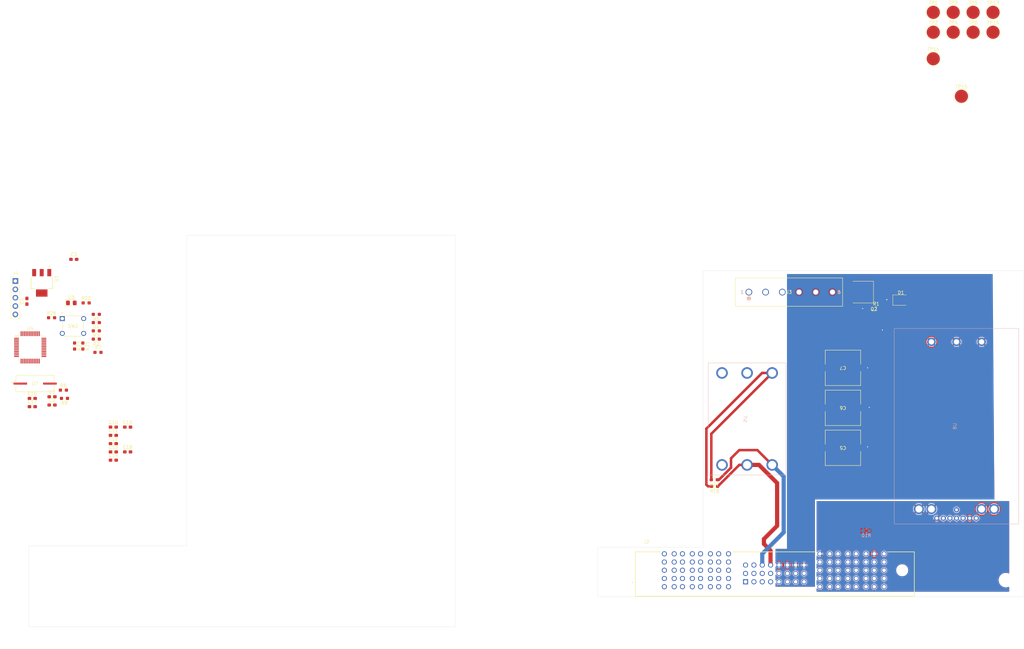
<source format=kicad_pcb>
(kicad_pcb (version 20240108) (generator "pcbnew") (generator_version "8.0")
  (layers (0 "F.Cu" signal) (31 "B.Cu" signal) (34 "B.Paste" user) (35 "F.Paste" user) (36 "B.SilkS" user "B.Silkscreen") (37 "F.SilkS" user "F.Silkscreen") (38 "B.Mask" user) (39 "F.Mask" user) (44 "Edge.Cuts" user))
  (net 0 "")
  (net 1 "NRST_PSB")
  (net 2 "Net-(C1-Pad1)")
  (net 3 "5V")
  (net 4 "3.3V")
  (net 5 "Net-(U4-PF0)")
  (net 6 "Net-(U4-PF1)")
  (net 7 "GND")
  (net 8 "48V_GND")
  (net 9 "Net-(D1-K)")
  (net 10 "Net-(D3-A)")
  (net 11 "SWCLK")
  (net 12 "SWDIO")
  (net 13 "3.3V_GND")
  (net 23 "A-")
  (net 26 "A+")
  (net 27 "48V")
  (net 30 "USART1_TX")
  (net 31 "USART1_DE")
  (net 32 "USART1_RX")
  (net 33 "Net-(U5-Trim)")
  (net 34 "Net-(U4-PA15)")
  (net 35 "Net-(U4-PB1)")
  (net 36 "C2_2")
  (net 37 "Net-(U4-PB0)")
  (net 38 "C2_1")
  (net 39 "ADC_IN0")
  (net 51 "CLK")
  (net 53 "ALERT1")
  (net 57 "ADC_IN1")
  (net 59 "ADC_IN2")
  (net 61 "DATA")
  (net 62 "CAN_TX")
  (net 67 "CAN_RX")
  (net 69 "12V_5V_GND")
  (net 70 "12V")
  (net 72 "Net-(U8-SA0{slash}SA1)")
  (net 74 "C2")
  (net 81 "RAW_48V_GND")
  (footprint "Resistor_SMD:R_0603_1608Metric_Pad0.98x0.95mm_HandSolder" (layer "F.Cu") (at -122.832499 79.7794)
    (property "Reference" "R6")
    (property "Value" "20000")
  )
  (footprint "AZ1117_4pin:SOT230P700X185-4N" (layer "F.Cu") (at -129.419999 47.1794 -90)
    (property "Reference" "U1")
    (property "Value" "AZ1117IH-3.3TRG1")
  )
  (footprint "Capacitor_SMD:C_0603_1608Metric_Pad1.08x0.95mm_HandSolder" (layer "F.Cu") (at -107.6575 101.05)
    (property "Reference" "C14")
    (property "Value" "4.7uF")
  )
  (footprint "Capacitor_SMD:C_0603_1608Metric_Pad1.08x0.95mm_HandSolder" (layer "F.Cu") (at -133.919999 52.7794 90)
    (property "Reference" "C4")
    (property "Value" "22uF")
  )
  (footprint "Capacitor_SMD:C_0603_1608Metric_Pad1.08x0.95mm_HandSolder" (layer "F.Cu") (at -107.6575 98.54)
    (property "Reference" "C13")
    (property "Value" "0.1uF")
  )
  (footprint "Capacitor_SMD:C_0603_1608Metric_Pad1.08x0.95mm_HandSolder" (layer "F.Cu") (at -119.67 40.04)
    (property "Reference" "C3")
    (property "Value" "10uF")
  )
  (footprint "TestPoint:TestPoint_Pad_D4.0mm" (layer "F.Cu") (at 153.55 -35)
    (property "Reference" "TP5")
    (property "Value" "TestPoint")
  )
  (footprint "ET60T-D04-3-08-D04-X-R1-S:SAMTEC_ET60T-D04-3-08-D04-X-R1-S" (layer "F.Cu") (at 93.12 134.5)
    (property "Reference" "J2")
    (property "Value" "ET60T-D04-3-08-D04-X-R1-S")
  )
  (footprint "Capacitor_SMD:C_0603_1608Metric_Pad1.08x0.95mm_HandSolder" (layer "F.Cu") (at -107.6575 91.01)
    (property "Reference" "C10")
    (property "Value" "0.1uF")
  )
  (footprint "TestPoint:TestPoint_Pad_D4.0mm" (layer "F.Cu") (at 153.55 -28.95)
    (property "Reference" "TP6")
    (property "Value" "TestPoint")
  )
  (footprint "TestPoint:TestPoint_Pad_D4.0mm" (layer "F.Cu") (at 150 -9.5)
    (property "Reference" "TP15")
    (property "Value" "TestPoint")
  )
  (footprint "Capacitor_SMD:C_0603_1608Metric_Pad1.08x0.95mm_HandSolder" (layer "F.Cu") (at -126.282499 84.2994)
    (property "Reference" "C2")
    (property "Value" ".1uF")
  )
  (footprint "Resistor_SMD:R_0603_1608Metric_Pad0.98x0.95mm_HandSolder" (layer "F.Cu") (at -126.419999 57.7794)
    (property "Reference" "R26")
    (property "Value" "10k")
  )
  (footprint "Resistor_SMD:R_0603_1608Metric_Pad0.98x0.95mm_HandSolder" (layer "F.Cu") (at 75 109 180)
    (property "Reference" "R18")
    (property "Value" "10k")
  )
  (footprint "Resistor_SMD:R_0603_1608Metric_Pad0.98x0.95mm_HandSolder" (layer "F.Cu") (at -122.507499 82.2794 180)
    (property "Reference" "R8")
    (property "Value" "120")
  )
  (footprint "Resistor_SMD:R_0603_1608Metric_Pad0.98x0.95mm_HandSolder" (layer "F.Cu") (at -112.832499 56.7494 180)
    (property "Reference" "R5")
    (property "Value" "10000")
  )
  (footprint "Resistor_SMD:R_0603_1608Metric_Pad0.98x0.95mm_HandSolder" (layer "F.Cu") (at -112.832499 64.2794 180)
    (property "Reference" "R2")
    (property "Value" "10000")
  )
  (footprint "Resistor_SMD:R_0603_1608Metric_Pad0.98x0.95mm_HandSolder" (layer "F.Cu") (at 74.9225 107 180)
    (property "Reference" "R27")
    (property "Value" "10k")
  )
  (footprint "Resistor_SMD:R_0603_1608Metric_Pad0.98x0.95mm_HandSolder" (layer "F.Cu") (at -116.919999 66.3769 -90)
    (property "Reference" "R21")
    (property "Value" "4.7k")
  )
  (footprint "TestPoint:TestPoint_Pad_D4.0mm" (layer "F.Cu") (at 159.6 -28.95)
    (property "Reference" "TP16")
    (property "Value" "TestPoint")
  )
  (footprint "Connector_PinHeader_2.54mm:PinHeader_1x05_P2.54mm_Vertical" (layer "F.Cu") (at -137.419999 46.6194)
    (property "Reference" "J4")
    (property "Value" "Conn_01x05")
  )
  (footprint "TestPoint:TestPoint_Pad_D4.0mm" (layer "F.Cu") (at 141.45 -35)
    (property "Reference" "TP1")
    (property "Value" "TestPoint")
  )
  (footprint "Resistor_SMD:R_0603_1608Metric_Pad0.98x0.95mm_HandSolder" (layer "F.Cu") (at 124.0875 55)
    (property "Reference" "R1")
    (property "Value" "100k")
  )
  (footprint "TestPoint:TestPoint_Pad_D4.0mm" (layer "F.Cu") (at 141.45 -28.95)
    (property "Reference" "TP2")
    (property "Value" "TestPoint")
  )
  (footprint "Brick Decoupling Capacitors:CAP_50TPV_10x10.5_RBY" (layer "F.Cu") (at 114 97.3012 180)
    (property "Reference" "C5")
    (property "Value" "C")
  )
  (footprint "Capacitor_SMD:C_0603_1608Metric_Pad1.08x0.95mm_HandSolder" (layer "F.Cu") (at -126.282499 81.7894)
    (property "Reference" "C1")
    (property "Value" "10uF")
  )
  (footprint "TestPoint:TestPoint_Pad_D4.0mm" (layer "F.Cu") (at 159.6 -35)
    (property "Reference" "TP13")
    (property "Value" "TestPoint")
  )
  (footprint "Capacitor_SMD:C_0603_1608Metric_Pad1.08x0.95mm_HandSolder" (layer "F.Cu") (at -107.6575 96.03)
    (property "Reference" "C12")
    (property "Value" "0.1uF")
  )
  (footprint "Capacitor_SMD:C_0603_1608Metric_Pad1.08x0.95mm_HandSolder" (layer "F.Cu") (at -132.282499 84.7994)
    (property "Reference" "C17")
    (property "Value" "18pF")
  )
  (footprint "Brick Decoupling Capacitors:CAP_50TPV_10x10.5_RBY" (layer "F.Cu") (at 114 85.1506 180)
    (property "Reference" "C6")
    (property "Value" "C")
  )
  (footprint "Resistor_SMD:R_0603_1608Metric_Pad0.98x0.95mm_HandSolder" (layer "F.Cu") (at -112.332499 68.2994)
    (property "Reference" "R7")
    (property "Value" "20000")
  )
  (footprint "footprints:CON6_P5MM_VER_TERM-BLK_TYC" (layer "F.Cu") (at 85.42 50)
    (property "Reference" "J3")
    (property "Value" "796636-6")
  )
  (footprint "footprints:ABLS-8.000MHZ-B2-T_ABR" (layer "F.Cu") (at -131.424199 77.7894)
    (property "Reference" "U7")
    (property "Value" "ABLS-8.000MHZ-B2-T")
  )
  (footprint "Package_QFP:LQFP-48_7x7mm_P0.5mm" (layer "F.Cu") (at -132.919999 66.7894)
    (property "Reference" "U4")
    (property "Value" "STM32F091CCTx")
  )
  (footprint "TestPoint:TestPoint_Pad_D4.0mm" (layer "F.Cu") (at 147.5 -35)
    (property "Reference" "TP3")
    (property "Value" "TestPoint")
  )
  (footprint "Capacitor_SMD:C_0603_1608Metric_Pad1.08x0.95mm_HandSolder" (layer "F.Cu") (at -103.3075 91.01)
    (property "Reference" "C15")
    (property "Value" "4.7uF")
  )
  (footprint "Resistor_SMD:R_0603_1608Metric_Pad0.98x0.95mm_HandSolder" (layer "F.Cu") (at -115.919999 53.2794)
    (property "Reference" "R20")
    (property "Value" "470")
  )
  (footprint "Resistor_SMD:R_0603_1608Metric_Pad0.98x0.95mm_HandSolder" (layer "F.Cu") (at -112.832499 59.2594 180)
    (property "Reference" "R4")
    (property "Value" "10000")
  )
  (footprint "TestPoint:TestPoint_Pad_D4.0mm" (layer "F.Cu") (at 147.5 -28.95)
    (property "Reference" "TP4")
    (property "Value" "TestPoint")
  )
  (footprint "STM switch:SW4_1825910-B_TEC" (layer "F.Cu") (at -116.669999 62.54)
    (property "Reference" "SW2")
    (property "Value" "1825910-6")
  )
  (footprint "Resistor_SMD:R_0603_1608Metric_Pad0.98x0.95mm_HandSolder" (layer "F.Cu") (at -119.429999 66.3769 -90)
    (property "Reference" "R22")
    (property "Value" "4.7k")
  )
  (footprint "TestPoint:TestPoint_Pad_D4.0mm" (layer "F.Cu") (at 141.45 -20.9)
    (property "Reference" "TP14")
    (property "Value" "TestPoint")
  )
  (footprint "LED_SMD:LED_0805_2012Metric_Pad1.15x1.40mm_HandSolder" (layer "F.Cu") (at -120.419999 53.2794)
    (property "Reference" "D3")
    (property "Value" "LED")
  )
  (footprint "Capacitor_SMD:C_0603_1608Metric_Pad1.08x0.95mm_HandSolder" (layer "F.Cu") (at -107.6575 93.52)
    (property "Reference" "C11")
    (property "Value" "0.1uF")
  )
  (footprint "Brick Decoupling Capacitors:CAP_50TPV_10x10.5_RBY" (layer "F.Cu") (at 114 73 180)
    (property "Reference" "C7")
    (property "Value" "C")
  )
  (footprint "Resistor_SMD:R_0603_1608Metric_Pad0.98x0.95mm_HandSolder" (layer "F.Cu") (at -112.832499 61.7694 180)
    (property "Reference" "R3")
    (property "Value" "10000")
  )
  (footprint "Capacitor_SMD:C_0603_1608Metric_Pad1.08x0.95mm_HandSolder" (layer "F.Cu") (at -103.3075 98.54)
    (property "Reference" "C18")
    (property "Value" "0.1uF")
  )
  (footprint "Capacitor_SMD:C_0603_1608Metric_Pad1.08x0.95mm_HandSolder" (layer "F.Cu") (at -132.282499 82.2894)
    (property "Reference" "C16")
    (property "Value" "18pF")
  )
  (footprint "Reverse Voltage Protection:TRANS_TSM340N06CPROG" (layer "F.Cu") (at 120.98 50 180)
    (property "Reference" "Q2")
    (property "Value" "TSM340N06CP ROG")
  )
  (footprint "Diode_SMD:D_1210_3225Metric_Pad1.42x2.65mm_HandSolder" (layer "F.Cu") (at 131.62 52.43)
    (property "Reference" "D1")
    (property "Value" "PZU15B3A,115")
  )
  (footprint "48Vto5V:PKU5000e" (layer "B.Cu") (at 84.88 88.53 -90)
    (property "Reference" "U5")
    (property "Value" "~")
  )
  (footprint "X16_PowerSlab_V2:6-32-HOLE" (layer "B.Cu") (at -7.4414 147.5864 180)
    (property "Reference" "H3" (hide yes))
    (property "Value" "6-32-HOLE")
  )
  (footprint "X16_PowerSlab_V2:6-32-HOLE" (layer "B.Cu") (at -8.8325 37.1864 180)
    (property "Reference" "H4" (hide yes))
    (property "Value" "6-32-HOLE")
  )
  (footprint "X16_PowerSlab_V2:6-32-HOLE" (layer "B.Cu") (at 44.5 137.5 180)
    (property "Reference" "H1" (hide yes))
    (property "Value" "6-32-HOLE")
  )
  (footprint "X16_PowerSlab_V2:6-32-HOLE" (layer "B.Cu") (at 76.5 48.5 180)
    (property "Reference" "H1" (hide yes))
    (property "Value" "6-32-HOLE")
  )
  (footprint "X16_PowerSlab_V2:6-32-HOLE" (layer "B.Cu") (at -129.8325 147.5864 180)
    (property "Reference" "H1" (hide yes))
    (property "Value" "6-32-HOLE")
  )
  (footprint "X16_PowerSlab_V2:6-32-HOLE" (layer "B.Cu") (at 163.5 137.5 180)
    (property "Reference" "H3" (hide yes))
    (property "Value" "6-32-HOLE")
  )
  (footprint "Resistor_SMD:R_0603_1608Metric_Pad0.98x0.95mm_HandSolder" (layer "B.Cu") (at 121.0875 122.5)
    (property "Reference" "R10")
    (property "Value" "10k")
  )
  (footprint "X16_PowerSlab_V2:6-32-HOLE" (layer "B.Cu") (at 164 48.5 180)
    (property "Reference" "H4" (hide yes))
    (property "Value" "6-32-HOLE")
  )
  (footprint "BMR491_MadeByMe:BMR4910203851" (layer "B.Cu") (at 148.5 90.75 -90)
    (property "Reference" "U8")
    (property "Value" "~")
  )
  (footprint "X16_PowerSlab_V2:6-32-HOLE" (layer "B.Cu") (at 76.5 123.5 180)
    (property "Reference" "H1" (hide yes))
    (property "Value" "6-32-HOLE")
  )
  (gr_line (start -85.3325 127.0864) (end -85.3325 32.6864) (stroke (width 0.05)) (layer "Edge.Cuts"))
  (gr_line (start -3.8325 151.69) (end -3.8325 32.686007) (stroke (width 0.05)) (layer "Edge.Cuts"))
  (gr_line (start 169 142.5) (end 169 43.5) (stroke (width 0.05)) (layer "Edge.Cuts"))
  (gr_line (start -85.3325 32.6864) (end -3.8325 32.686007) (stroke (width 0.05)) (layer "Edge.Cuts"))
  (gr_line (start -133.3325 127.0864) (end -85.3325 127.0864) (stroke (width 0.05)) (layer "Edge.Cuts"))
  (gr_line (start 71.5 127.5) (end 71.5 43.5) (stroke (width 0.05)) (layer "Edge.Cuts"))
  (gr_line (start 71.5 43.5) (end 169 43.5) (stroke (width 0.05)) (layer "Edge.Cuts"))
  (gr_line (start 39.5 127.5) (end 39.5 142.5) (stroke (width 0.05)) (layer "Edge.Cuts"))
  (gr_line (start -133.3325 151.69) (end -3.8325 151.69) (stroke (width 0.05)) (layer "Edge.Cuts"))
  (gr_line (start -133.3325 127.0864) (end -133.3325 151.69) (stroke (width 0.05)) (layer "Edge.Cuts"))
  (gr_line (start 39.5 142.5) (end 169 142.5) (stroke (width 0.05)) (layer "Edge.Cuts"))
  (gr_line (start 39.5 127.5) (end 71.5 127.5) (stroke (width 0.05)) (layer "Edge.Cuts"))
  (segment (start 80 100.5) (end 82.5 98) (width 0.762) (layer "F.Cu") (net 3))
  (segment (start 80 103.3225) (end 80 100.5) (width 0.762) (layer "F.Cu") (net 3))
  (segment (start 76.3225 107) (end 80 103.3225) (width 0.762) (layer "F.Cu") (net 3))
  (segment (start 82.5 98) (end 88 98) (width 0.762) (layer "F.Cu") (net 3))
  (segment (start 75.835 107) (end 76.3225 107) (width 0.762) (layer "F.Cu") (net 3))
  (segment (start 88 98) (end 92.5 102.5) (width 0.762) (layer "F.Cu") (net 3))
  (segment (start 92.5 102.5) (end 96 106) (width 1.27) (layer "B.Cu") (net 3))
  (segment (start 96 106) (end 96 123) (width 1.27) (layer "B.Cu") (net 3))
  (segment (start 96 123) (end 89.49 129.51) (width 1.27) (layer "B.Cu") (net 3))
  (segment (start 89.49 129.51) (end 89.49 132.92) (width 1.27) (layer "B.Cu") (net 3))
  (segment (start 92.5 102.5) (end 92 102.5) (width 1.27) (layer "B.Cu") (net 3))
  (segment (start 125.17 47.715) (end 128.3925 47.715) (width 0.508) (layer "F.Cu") (net 8))
  (segment (start 133.1075 54.3925) (end 133.1075 52.43) (width 3.556) (layer "F.Cu") (net 8))
  (segment (start 128.3925 47.715) (end 133.1075 52.43) (width 0.508) (layer "F.Cu") (net 8))
  (segment (start 126 61.5) (end 133.1075 54.3925) (width 3.556) (layer "F.Cu") (net 8))
  (via (at 126 61.5) (size 3.556) (drill 0.3) (layers "F.Cu" "B.Cu") (net 8))
  (segment (start 125 55) (end 125 52.455) (width 0.762) (layer "F.Cu") (net 9))
  (segment (start 125 52.455) (end 125.17 52.285) (width 0.762) (layer "F.Cu") (net 9))
  (segment (start 125.325 52.44) (end 125.17 52.285) (width 0.508) (layer "F.Cu") (net 9))
  (segment (start 129.9875 52.285) (end 130.1325 52.43) (width 0.762) (layer "F.Cu") (net 9))
  (segment (start 125.315 52.43) (end 125.17 52.285) (width 0.508) (layer "F.Cu") (net 9))
  (segment (start 125.17 52.285) (end 129.9875 52.285) (width 0.762) (layer "F.Cu") (net 9))
  (segment (start 118.1529 97.3012) (end 121.1988 97.3012) (width 1.27) (layer "F.Cu") (net 27))
  (segment (start 118.1529 85.1506) (end 121.8494 85.1506) (width 1.27) (layer "F.Cu") (net 27))
  (segment (start 123.175 55) (end 120 55) (width 0.762) (layer "F.Cu") (net 27))
  (segment (start 118.1529 73) (end 121.5 73) (width 1.27) (layer "F.Cu") (net 27))
  (segment (start 121.1988 97.3012) (end 121.5 97) (width 1.27) (layer "F.Cu") (net 27))
  (segment (start 121.8494 85.1506) (end 122 85) (width 1.27) (layer "F.Cu") (net 27))
  (via (at 121.5 97) (size 0.6) (drill 0.3) (layers "F.Cu" "B.Cu") (net 27))
  (via (at 121.5 73) (size 0.6) (drill 0.3) (layers "F.Cu" "B.Cu") (net 27))
  (via (at 120 55) (size 0.6) (drill 0.3) (layers "F.Cu" "B.Cu") (net 27))
  (via (at 122 85) (size 0.6) (drill 0.3) (layers "F.Cu" "B.Cu") (net 27))
  (segment (start 74.01 93.05) (end 74.01 107) (width 0.762) (layer "F.Cu") (net 33))
  (segment (start 72.5 91.5) (end 89.44 74.56) (width 0.762) (layer "F.Cu") (net 33))
  (segment (start 74.0875 109) (end 73 109) (width 0.762) (layer "F.Cu") (net 33))
  (segment (start 72.5 108.5) (end 72.5 91.5) (width 0.762) (layer "F.Cu") (net 33))
  (segment (start 92.5 74.56) (end 74.01 93.05) (width 0.762) (layer "F.Cu") (net 33))
  (segment (start 89.44 74.56) (end 92.5 74.56) (width 0.762) (layer "F.Cu") (net 33))
  (segment (start 73 109) (end 72.5 108.5) (width 0.762) (layer "F.Cu") (net 33))
  (segment (start 94 121) (end 90 125) (width 1.27) (layer "F.Cu") (net 69))
  (segment (start 76 109) (end 75.9125 109) (width 0.762) (layer "F.Cu") (net 69))
  (segment (start 84.88 102.5) (end 82.5 102.5) (width 0.762) (layer "F.Cu") (net 69))
  (segment (start 90 126.5) (end 92 128.5) (width 1.27) (layer "F.Cu") (net 69))
  (segment (start 84.88 102.5) (end 88.5 102.5) (width 1.27) (layer "F.Cu") (net 69))
  (segment (start 92 132.89) (end 92.03 132.92) (width 1.27) (layer "F.Cu") (net 69))
  (segment (start 94 108) (end 94 121) (width 1.27) (layer "F.Cu") (net 69))
  (segment (start 82.5 102.5) (end 76 109) (width 0.762) (layer "F.Cu") (net 69))
  (segment (start 92 128.5) (end 92 132.89) (width 1.27) (layer "F.Cu") (net 69))
  (segment (start 90 125) (end 90 126.5) (width 1.27) (layer "F.Cu") (net 69))
  (segment (start 88.5 102.5) (end 94 108) (width 1.27) (layer "F.Cu") (net 69))
  (segment (start 100.66 50) (end 105.74 50) (width 5.08) (layer "F.Cu") (net 81))
  (segment (start 105.74 50) (end 110.82 50) (width 5.08) (layer "F.Cu") (net 81))
  (segment (start 118.735 50) (end 110.82 50) (width 5.08) (layer "F.Cu") (net 81))
  (zone (net 70) (net_name "12V") (layer "F.Cu") (priority 4) (connect_pads (clearance 0)) (min_thickness 0.25) (fill yes (thermal_gap 0.5) (thermal_bridge_width 0.5))
    (polygon (pts (xy 106 113.5) (xy 106 141) (xy 164.5 141) (xy 164.5 113.5)))
  )
  (zone (net 8) (net_name "48V_GND") (layer "F.Cu") (priority 3) (connect_pads (clearance 0)) (min_thickness 0.25) (fill yes (thermal_gap 0.5) (thermal_bridge_width 0.5))
    (polygon (pts (xy 105.5 113) (xy 160 113) (xy 159.5 57) (xy 97 57) (xy 97 128) (xy 93.5 128) (xy 93.5 139.5) (xy 105.5 139.5)))
  )
  (zone (net 27) (net_name "48V") (layer "B.Cu") (priority 3) (connect_pads (clearance 0)) (min_thickness 0.25) (fill yes (thermal_gap 0.5) (thermal_bridge_width 0.5))
    (polygon (pts (xy 105.5 113) (xy 160 113) (xy 159.5 44.5) (xy 97 44.5) (xy 97 128) (xy 93.5 128) (xy 93.5 139.5) (xy 105.5 139.5)))
  )
  (zone (net 69) (net_name "12V_5V_GND") (layer "B.Cu") (priority 4) (connect_pads (clearance 0)) (min_thickness 0.25) (fill yes (thermal_gap 0.5) (thermal_bridge_width 0.5))
    (polygon (pts (xy 106 113.5) (xy 106 141) (xy 164.5 141) (xy 164.5 113.5)))
  )
)
</source>
